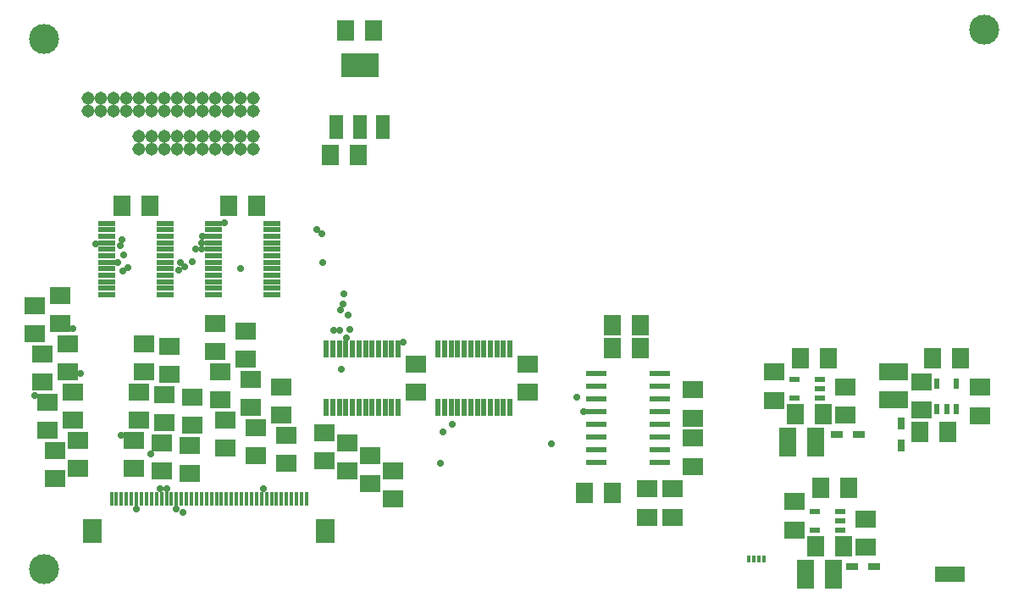
<source format=gts>
G75*
G70*
%OFA0B0*%
%FSLAX24Y24*%
%IPPOS*%
%LPD*%
%AMOC8*
5,1,8,0,0,1.08239X$1,22.5*
%
%ADD10C,0.1182*%
%ADD11C,0.0516*%
%ADD12R,0.0220X0.0660*%
%ADD13R,0.0660X0.0220*%
%ADD14R,0.0157X0.0551*%
%ADD15R,0.0748X0.0925*%
%ADD16R,0.0560X0.0960*%
%ADD17R,0.1497X0.0946*%
%ADD18R,0.0395X0.0237*%
%ADD19R,0.0474X0.0316*%
%ADD20R,0.0237X0.0395*%
%ADD21R,0.0316X0.0474*%
%ADD22R,0.0198X0.0592*%
%ADD23R,0.0789X0.0218*%
%ADD24R,0.0789X0.0710*%
%ADD25R,0.0710X0.0789*%
%ADD26R,0.0710X0.0790*%
%ADD27R,0.0790X0.0710*%
%ADD28R,0.1143X0.0710*%
%ADD29R,0.0710X0.1143*%
%ADD30R,0.0139X0.0277*%
%ADD31C,0.0280*%
D10*
X001681Y001631D03*
X001681Y022497D03*
X038689Y022891D03*
D11*
X009926Y020172D03*
X009426Y020172D03*
X008926Y020172D03*
X008426Y020172D03*
X008426Y019672D03*
X008926Y019672D03*
X009426Y019672D03*
X009926Y019672D03*
X009926Y018672D03*
X009426Y018672D03*
X008926Y018672D03*
X008426Y018672D03*
X008426Y018172D03*
X008926Y018172D03*
X009426Y018172D03*
X009926Y018172D03*
X007926Y018172D03*
X007426Y018172D03*
X006926Y018172D03*
X006426Y018172D03*
X005926Y018172D03*
X005426Y018172D03*
X005426Y018672D03*
X005926Y018672D03*
X006426Y018672D03*
X006926Y018672D03*
X007426Y018672D03*
X007926Y018672D03*
X007926Y019672D03*
X007426Y019672D03*
X006926Y019672D03*
X006426Y019672D03*
X005926Y019672D03*
X005426Y019672D03*
X004926Y019672D03*
X004426Y019672D03*
X003926Y019672D03*
X003426Y019672D03*
X003426Y020172D03*
X003926Y020172D03*
X004426Y020172D03*
X004926Y020172D03*
X005426Y020172D03*
X005926Y020172D03*
X006426Y020172D03*
X006926Y020172D03*
X007426Y020172D03*
X007926Y020172D03*
D12*
X012790Y010300D03*
X013050Y010300D03*
X013300Y010300D03*
X013560Y010300D03*
X013820Y010300D03*
X014070Y010300D03*
X014330Y010300D03*
X014580Y010300D03*
X014840Y010300D03*
X015100Y010300D03*
X015350Y010300D03*
X015610Y010300D03*
X017190Y010300D03*
X017450Y010300D03*
X017700Y010300D03*
X017960Y010300D03*
X018220Y010300D03*
X018470Y010300D03*
X018730Y010300D03*
X018980Y010300D03*
X019240Y010300D03*
X019500Y010300D03*
X019750Y010300D03*
X020010Y010300D03*
X020010Y008000D03*
X019750Y008000D03*
X019500Y008000D03*
X019240Y008000D03*
X018980Y008000D03*
X018730Y008000D03*
X018470Y008000D03*
X018220Y008000D03*
X017960Y008000D03*
X017700Y008000D03*
X017450Y008000D03*
X017190Y008000D03*
X015610Y008000D03*
X015350Y008000D03*
X015100Y008000D03*
X014840Y008000D03*
X014580Y008000D03*
X014330Y008000D03*
X014070Y008000D03*
X013820Y008000D03*
X013560Y008000D03*
X013300Y008000D03*
X013050Y008000D03*
X012790Y008000D03*
D13*
X010650Y012440D03*
X010650Y012700D03*
X010650Y012950D03*
X010650Y013210D03*
X010650Y013470D03*
X010650Y013720D03*
X010650Y013980D03*
X010650Y014230D03*
X010650Y014490D03*
X010650Y014750D03*
X010650Y015000D03*
X010650Y015260D03*
X008350Y015260D03*
X008350Y015000D03*
X008350Y014750D03*
X008350Y014490D03*
X008350Y014230D03*
X008350Y013980D03*
X008350Y013720D03*
X008350Y013470D03*
X008350Y013210D03*
X008350Y012950D03*
X008350Y012700D03*
X008350Y012440D03*
X006450Y012440D03*
X006450Y012700D03*
X006450Y012950D03*
X006450Y013210D03*
X006450Y013470D03*
X006450Y013720D03*
X006450Y013980D03*
X006450Y014230D03*
X006450Y014490D03*
X006450Y014750D03*
X006450Y015000D03*
X006450Y015260D03*
X004150Y015260D03*
X004150Y015000D03*
X004150Y014750D03*
X004150Y014490D03*
X004150Y014230D03*
X004150Y013980D03*
X004150Y013720D03*
X004150Y013470D03*
X004150Y013210D03*
X004150Y012950D03*
X004150Y012700D03*
X004150Y012440D03*
D14*
X004331Y004411D03*
X004528Y004411D03*
X004724Y004411D03*
X004921Y004411D03*
X005118Y004411D03*
X005315Y004411D03*
X005512Y004411D03*
X005709Y004411D03*
X005906Y004411D03*
X006102Y004411D03*
X006299Y004411D03*
X006496Y004411D03*
X006693Y004411D03*
X006890Y004411D03*
X007087Y004411D03*
X007283Y004411D03*
X007480Y004411D03*
X007677Y004411D03*
X007874Y004411D03*
X008071Y004411D03*
X008268Y004411D03*
X008465Y004411D03*
X008661Y004411D03*
X008858Y004411D03*
X009055Y004411D03*
X009252Y004411D03*
X009449Y004411D03*
X009646Y004411D03*
X009843Y004411D03*
X010039Y004411D03*
X010236Y004411D03*
X010433Y004411D03*
X010630Y004411D03*
X010827Y004411D03*
X011024Y004411D03*
X011220Y004411D03*
X011417Y004411D03*
X011614Y004411D03*
X011811Y004411D03*
X012008Y004411D03*
D15*
X012756Y003131D03*
X003583Y003131D03*
D16*
X013190Y019030D03*
X014100Y019030D03*
X015010Y019030D03*
D17*
X014100Y021470D03*
D18*
X031220Y009126D03*
X032197Y009126D03*
X032197Y008752D03*
X032197Y008378D03*
X031220Y008378D03*
X032020Y003926D03*
X032997Y003926D03*
X032997Y003552D03*
X032997Y003178D03*
X032020Y003178D03*
D19*
X033467Y001750D03*
X034333Y001750D03*
X033733Y006950D03*
X032867Y006950D03*
D20*
X036828Y007953D03*
X037202Y007953D03*
X037576Y007953D03*
X037576Y008930D03*
X036828Y008930D03*
D21*
X035400Y007383D03*
X035400Y006517D03*
D22*
X036831Y001450D03*
X037028Y001450D03*
X037224Y001450D03*
X037421Y001450D03*
X037618Y001450D03*
X037815Y001450D03*
D23*
X025900Y005850D03*
X025900Y006350D03*
X025900Y006850D03*
X025900Y007350D03*
X025900Y007850D03*
X025900Y008350D03*
X025900Y008850D03*
X025900Y009350D03*
X023400Y009350D03*
X023400Y008850D03*
X023400Y008350D03*
X023400Y007850D03*
X023400Y007350D03*
X023400Y006850D03*
X023400Y006350D03*
X023400Y005850D03*
D24*
X020700Y008599D03*
X020700Y009701D03*
X016320Y009701D03*
X016320Y008599D03*
X013600Y006601D03*
X014500Y006101D03*
X015400Y005501D03*
X014500Y004999D03*
X013600Y005499D03*
X012700Y005899D03*
X011200Y005799D03*
X010000Y006099D03*
X008800Y006399D03*
X010000Y007201D03*
X011000Y007699D03*
X011200Y006901D03*
X012700Y007001D03*
X011000Y008801D03*
X009800Y009101D03*
X009600Y009899D03*
X008600Y009401D03*
X008400Y010199D03*
X009600Y011001D03*
X008400Y011301D03*
X006600Y010401D03*
X005600Y010501D03*
X005600Y009399D03*
X006600Y009299D03*
X006400Y008501D03*
X007500Y008401D03*
X008600Y008299D03*
X008800Y007501D03*
X009800Y007999D03*
X007500Y007299D03*
X006400Y007399D03*
X006300Y006601D03*
X005200Y006701D03*
X005400Y007499D03*
X005400Y008601D03*
X002800Y008601D03*
X002600Y009399D03*
X001600Y008999D03*
X001800Y008201D03*
X002800Y007499D03*
X003000Y006701D03*
X002100Y006301D03*
X001800Y007099D03*
X003000Y005599D03*
X002100Y005199D03*
X005200Y005599D03*
X006300Y005499D03*
X007400Y005399D03*
X007400Y006501D03*
X001600Y010101D03*
X002600Y010501D03*
X002300Y011299D03*
X001300Y010899D03*
X001300Y012001D03*
X002300Y012401D03*
X015400Y004399D03*
X033200Y007699D03*
X033200Y008801D03*
X036200Y009001D03*
X036200Y007899D03*
X034000Y003601D03*
X034000Y002499D03*
D25*
X033151Y002550D03*
X032049Y002550D03*
X036149Y007050D03*
X037251Y007050D03*
X032351Y007750D03*
X031249Y007750D03*
X025151Y010350D03*
X024049Y010350D03*
X024049Y011250D03*
X025151Y011250D03*
X024051Y004650D03*
X022949Y004650D03*
X010051Y015950D03*
X008949Y015950D03*
X005851Y015950D03*
X004749Y015950D03*
X012949Y017950D03*
X014051Y017950D03*
X013549Y022850D03*
X014651Y022850D03*
D26*
X031440Y009950D03*
X032560Y009950D03*
X036640Y009950D03*
X037760Y009950D03*
X033360Y004850D03*
X032240Y004850D03*
D27*
X031200Y004310D03*
X031200Y003190D03*
X027200Y005690D03*
X026400Y004810D03*
X025400Y004810D03*
X025400Y003690D03*
X026400Y003690D03*
X027200Y006810D03*
X027200Y007590D03*
X027200Y008710D03*
X030400Y008290D03*
X030400Y009410D03*
X038500Y008810D03*
X038500Y007690D03*
D28*
X035100Y008299D03*
X035100Y009401D03*
D29*
X032051Y006650D03*
X030949Y006650D03*
X031649Y001450D03*
X032751Y001450D03*
D30*
X029996Y002041D03*
X029799Y002041D03*
X029602Y002041D03*
X029406Y002041D03*
D31*
X021642Y006564D03*
X022903Y007850D03*
X022633Y008422D03*
X017731Y007350D03*
X017387Y007042D03*
X017279Y005803D03*
X013374Y009506D03*
X013583Y010731D03*
X013723Y011065D03*
X013327Y011037D03*
X013087Y011047D03*
X013634Y011659D03*
X013356Y011834D03*
X013442Y012077D03*
X013478Y012472D03*
X012654Y013702D03*
X012599Y014850D03*
X012413Y015012D03*
X009412Y013464D03*
X007889Y014230D03*
X007646Y014230D03*
X007890Y014490D03*
X007918Y014752D03*
X008791Y015273D03*
X007510Y013739D03*
X007210Y013538D03*
X007037Y013704D03*
X006985Y013407D03*
X004991Y013501D03*
X004780Y013367D03*
X004582Y013706D03*
X004819Y014006D03*
X004669Y014375D03*
X004761Y014625D03*
X003715Y014441D03*
X002797Y011100D03*
X003096Y009334D03*
X001304Y008489D03*
X004704Y006904D03*
X005863Y006168D03*
X006238Y004807D03*
X006506Y004807D03*
X006867Y004012D03*
X007162Y003895D03*
X005321Y004012D03*
X010296Y004808D03*
X015820Y010572D03*
M02*

</source>
